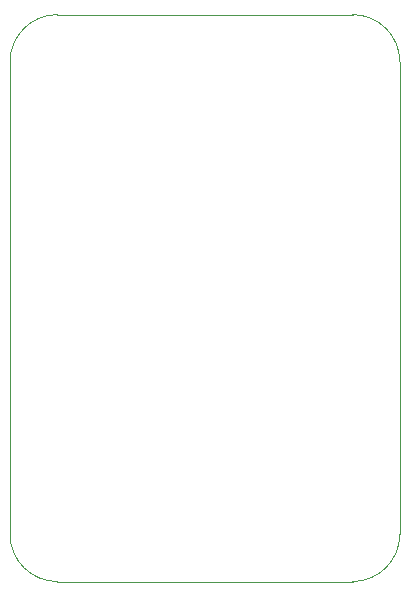
<source format=gbr>
%TF.GenerationSoftware,KiCad,Pcbnew,(6.0.1)*%
%TF.CreationDate,2022-01-23T22:03:48-08:00*%
%TF.ProjectId,gbsc-sync-combiner-v3,67627363-2d73-4796-9e63-2d636f6d6269,rev?*%
%TF.SameCoordinates,Original*%
%TF.FileFunction,Profile,NP*%
%FSLAX46Y46*%
G04 Gerber Fmt 4.6, Leading zero omitted, Abs format (unit mm)*
G04 Created by KiCad (PCBNEW (6.0.1)) date 2022-01-23 22:03:48*
%MOMM*%
%LPD*%
G01*
G04 APERTURE LIST*
%TA.AperFunction,Profile*%
%ADD10C,0.050000*%
%TD*%
G04 APERTURE END LIST*
D10*
X101000000Y-49000000D02*
X102000000Y-49000000D01*
X101000000Y-97000000D02*
X102000000Y-97000000D01*
X130000000Y-92000000D02*
X130000000Y-93000000D01*
X97000000Y-92000000D02*
X97000000Y-93000000D01*
X101000000Y-49000000D02*
G75*
G03*
X97000000Y-53000000I0J-4000000D01*
G01*
X130000000Y-53000000D02*
G75*
G03*
X126000000Y-49000000I-4000000J0D01*
G01*
X126000000Y-97000000D02*
G75*
G03*
X130000000Y-93000000I0J4000000D01*
G01*
X97000000Y-93000000D02*
G75*
G03*
X101000000Y-97000000I4000000J0D01*
G01*
X97000000Y-53000000D02*
X97000000Y-92000000D01*
X102000000Y-49000000D02*
X126000000Y-49000000D01*
X102000000Y-97000000D02*
X126000000Y-97000000D01*
X130000000Y-53000000D02*
X130000000Y-92000000D01*
M02*

</source>
